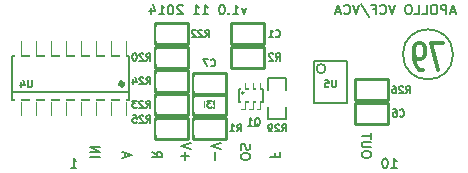
<source format=gbo>
%FSLAX46Y46*%
G04 Gerber Fmt 4.6, Leading zero omitted, Abs format (unit mm)*
G04 Created by KiCad (PCBNEW (2014-09-02 BZR 5112)-product) date 2014-11-08 5:57:07 PM*
%MOMM*%
G01*
G04 APERTURE LIST*
%ADD10C,0.150000*%
%ADD11C,0.152400*%
%ADD12C,0.200000*%
%ADD13C,0.300000*%
%ADD14C,0.066040*%
%ADD15C,0.203200*%
%ADD16C,0.381000*%
%ADD17C,0.127000*%
%ADD18C,0.254000*%
%ADD19R,0.299720X1.300480*%
%ADD20R,0.398780X0.797560*%
%ADD21R,0.599440X2.199640*%
%ADD22R,1.397000X1.143000*%
%ADD23R,0.812800X1.143000*%
%ADD24R,1.350000X3.500000*%
G04 APERTURE END LIST*
D10*
D11*
X119352704Y-84075829D02*
X119159180Y-84617695D01*
X118965656Y-84075829D01*
X118230266Y-84617695D02*
X118694723Y-84617695D01*
X118462494Y-84617695D02*
X118462494Y-83804895D01*
X118539904Y-83921010D01*
X118617313Y-83998419D01*
X118694723Y-84037124D01*
X117881923Y-84540286D02*
X117843218Y-84578990D01*
X117881923Y-84617695D01*
X117920628Y-84578990D01*
X117881923Y-84540286D01*
X117881923Y-84617695D01*
X117340056Y-83804895D02*
X117262647Y-83804895D01*
X117185237Y-83843600D01*
X117146532Y-83882305D01*
X117107828Y-83959714D01*
X117069123Y-84114533D01*
X117069123Y-84308057D01*
X117107828Y-84462876D01*
X117146532Y-84540286D01*
X117185237Y-84578990D01*
X117262647Y-84617695D01*
X117340056Y-84617695D01*
X117417466Y-84578990D01*
X117456170Y-84540286D01*
X117494875Y-84462876D01*
X117533580Y-84308057D01*
X117533580Y-84114533D01*
X117494875Y-83959714D01*
X117456170Y-83882305D01*
X117417466Y-83843600D01*
X117340056Y-83804895D01*
X115675752Y-84617695D02*
X116140209Y-84617695D01*
X115907980Y-84617695D02*
X115907980Y-83804895D01*
X115985390Y-83921010D01*
X116062799Y-83998419D01*
X116140209Y-84037124D01*
X114901657Y-84617695D02*
X115366114Y-84617695D01*
X115133885Y-84617695D02*
X115133885Y-83804895D01*
X115211295Y-83921010D01*
X115288704Y-83998419D01*
X115366114Y-84037124D01*
X113972743Y-83882305D02*
X113934038Y-83843600D01*
X113856629Y-83804895D01*
X113663105Y-83804895D01*
X113585695Y-83843600D01*
X113546991Y-83882305D01*
X113508286Y-83959714D01*
X113508286Y-84037124D01*
X113546991Y-84153238D01*
X114011448Y-84617695D01*
X113508286Y-84617695D01*
X113005124Y-83804895D02*
X112927715Y-83804895D01*
X112850305Y-83843600D01*
X112811600Y-83882305D01*
X112772896Y-83959714D01*
X112734191Y-84114533D01*
X112734191Y-84308057D01*
X112772896Y-84462876D01*
X112811600Y-84540286D01*
X112850305Y-84578990D01*
X112927715Y-84617695D01*
X113005124Y-84617695D01*
X113082534Y-84578990D01*
X113121238Y-84540286D01*
X113159943Y-84462876D01*
X113198648Y-84308057D01*
X113198648Y-84114533D01*
X113159943Y-83959714D01*
X113121238Y-83882305D01*
X113082534Y-83843600D01*
X113005124Y-83804895D01*
X111960096Y-84617695D02*
X112424553Y-84617695D01*
X112192324Y-84617695D02*
X112192324Y-83804895D01*
X112269734Y-83921010D01*
X112347143Y-83998419D01*
X112424553Y-84037124D01*
X111263410Y-84075829D02*
X111263410Y-84617695D01*
X111456934Y-83766190D02*
X111650458Y-84346762D01*
X111147296Y-84346762D01*
D12*
X136871320Y-88000000D02*
G75*
G03X136871320Y-88000000I-2121320J0D01*
G74*
G01*
D13*
X135983715Y-86998143D02*
X134967715Y-86998143D01*
X135620858Y-89284143D01*
X134314571Y-89284143D02*
X134024286Y-89284143D01*
X133879143Y-89175286D01*
X133806571Y-89066429D01*
X133661429Y-88739857D01*
X133588857Y-88304429D01*
X133588857Y-87433571D01*
X133661429Y-87215857D01*
X133734000Y-87107000D01*
X133879143Y-86998143D01*
X134169429Y-86998143D01*
X134314571Y-87107000D01*
X134387143Y-87215857D01*
X134459714Y-87433571D01*
X134459714Y-87977857D01*
X134387143Y-88195571D01*
X134314571Y-88304429D01*
X134169429Y-88413286D01*
X133879143Y-88413286D01*
X133734000Y-88304429D01*
X133661429Y-88195571D01*
X133588857Y-87977857D01*
D11*
X137050972Y-84385467D02*
X136663924Y-84385467D01*
X137128381Y-84617695D02*
X136857448Y-83804895D01*
X136586515Y-84617695D01*
X136315581Y-84617695D02*
X136315581Y-83804895D01*
X136005943Y-83804895D01*
X135928534Y-83843600D01*
X135889829Y-83882305D01*
X135851124Y-83959714D01*
X135851124Y-84075829D01*
X135889829Y-84153238D01*
X135928534Y-84191943D01*
X136005943Y-84230648D01*
X136315581Y-84230648D01*
X135347962Y-83804895D02*
X135193143Y-83804895D01*
X135115734Y-83843600D01*
X135038324Y-83921010D01*
X134999619Y-84075829D01*
X134999619Y-84346762D01*
X135038324Y-84501581D01*
X135115734Y-84578990D01*
X135193143Y-84617695D01*
X135347962Y-84617695D01*
X135425372Y-84578990D01*
X135502781Y-84501581D01*
X135541486Y-84346762D01*
X135541486Y-84075829D01*
X135502781Y-83921010D01*
X135425372Y-83843600D01*
X135347962Y-83804895D01*
X134264229Y-84617695D02*
X134651276Y-84617695D01*
X134651276Y-83804895D01*
X133606248Y-84617695D02*
X133993295Y-84617695D01*
X133993295Y-83804895D01*
X133180495Y-83804895D02*
X133025676Y-83804895D01*
X132948267Y-83843600D01*
X132870857Y-83921010D01*
X132832152Y-84075829D01*
X132832152Y-84346762D01*
X132870857Y-84501581D01*
X132948267Y-84578990D01*
X133025676Y-84617695D01*
X133180495Y-84617695D01*
X133257905Y-84578990D01*
X133335314Y-84501581D01*
X133374019Y-84346762D01*
X133374019Y-84075829D01*
X133335314Y-83921010D01*
X133257905Y-83843600D01*
X133180495Y-83804895D01*
X131980647Y-83804895D02*
X131709714Y-84617695D01*
X131438781Y-83804895D01*
X130703390Y-84540286D02*
X130742095Y-84578990D01*
X130858209Y-84617695D01*
X130935619Y-84617695D01*
X131051733Y-84578990D01*
X131129142Y-84501581D01*
X131167847Y-84424171D01*
X131206552Y-84269352D01*
X131206552Y-84153238D01*
X131167847Y-83998419D01*
X131129142Y-83921010D01*
X131051733Y-83843600D01*
X130935619Y-83804895D01*
X130858209Y-83804895D01*
X130742095Y-83843600D01*
X130703390Y-83882305D01*
X130084114Y-84191943D02*
X130355047Y-84191943D01*
X130355047Y-84617695D02*
X130355047Y-83804895D01*
X129968000Y-83804895D01*
X129077790Y-83766190D02*
X129774475Y-84811219D01*
X128922970Y-83804895D02*
X128652037Y-84617695D01*
X128381104Y-83804895D01*
X127645713Y-84540286D02*
X127684418Y-84578990D01*
X127800532Y-84617695D01*
X127877942Y-84617695D01*
X127994056Y-84578990D01*
X128071465Y-84501581D01*
X128110170Y-84424171D01*
X128148875Y-84269352D01*
X128148875Y-84153238D01*
X128110170Y-83998419D01*
X128071465Y-83921010D01*
X127994056Y-83843600D01*
X127877942Y-83804895D01*
X127800532Y-83804895D01*
X127684418Y-83843600D01*
X127645713Y-83882305D01*
X127336075Y-84385467D02*
X126949027Y-84385467D01*
X127413484Y-84617695D02*
X127142551Y-83804895D01*
X126871618Y-84617695D01*
X104517771Y-97617695D02*
X104982228Y-97617695D01*
X104749999Y-97617695D02*
X104749999Y-96804895D01*
X104827409Y-96921010D01*
X104904818Y-96998419D01*
X104982228Y-97037124D01*
X131654819Y-97617695D02*
X132119276Y-97617695D01*
X131887047Y-97617695D02*
X131887047Y-96804895D01*
X131964457Y-96921010D01*
X132041866Y-96998419D01*
X132119276Y-97037124D01*
X131151657Y-96804895D02*
X131074248Y-96804895D01*
X130996838Y-96843600D01*
X130958133Y-96882305D01*
X130919429Y-96959714D01*
X130880724Y-97114533D01*
X130880724Y-97308057D01*
X130919429Y-97462876D01*
X130958133Y-97540286D01*
X130996838Y-97578990D01*
X131074248Y-97617695D01*
X131151657Y-97617695D01*
X131229067Y-97578990D01*
X131267771Y-97540286D01*
X131306476Y-97462876D01*
X131345181Y-97308057D01*
X131345181Y-97114533D01*
X131306476Y-96959714D01*
X131267771Y-96882305D01*
X131229067Y-96843600D01*
X131151657Y-96804895D01*
X106132305Y-96675752D02*
X106945105Y-96675752D01*
X106132305Y-96288704D02*
X106945105Y-96288704D01*
X106132305Y-95824247D01*
X106945105Y-95824247D01*
X129945105Y-96562800D02*
X129945105Y-96407981D01*
X129906400Y-96330572D01*
X129828990Y-96253162D01*
X129674171Y-96214457D01*
X129403238Y-96214457D01*
X129248419Y-96253162D01*
X129171010Y-96330572D01*
X129132305Y-96407981D01*
X129132305Y-96562800D01*
X129171010Y-96640210D01*
X129248419Y-96717619D01*
X129403238Y-96756324D01*
X129674171Y-96756324D01*
X129828990Y-96717619D01*
X129906400Y-96640210D01*
X129945105Y-96562800D01*
X129945105Y-95866114D02*
X129287124Y-95866114D01*
X129209714Y-95827409D01*
X129171010Y-95788705D01*
X129132305Y-95711295D01*
X129132305Y-95556476D01*
X129171010Y-95479067D01*
X129209714Y-95440362D01*
X129287124Y-95401657D01*
X129945105Y-95401657D01*
X129945105Y-95130723D02*
X129945105Y-94666266D01*
X129132305Y-94898495D02*
X129945105Y-94898495D01*
X121808057Y-96383886D02*
X121808057Y-96654819D01*
X121382305Y-96654819D02*
X122195105Y-96654819D01*
X122195105Y-96267772D01*
X119695105Y-96714457D02*
X119695105Y-96559638D01*
X119656400Y-96482229D01*
X119578990Y-96404819D01*
X119424171Y-96366114D01*
X119153238Y-96366114D01*
X118998419Y-96404819D01*
X118921010Y-96482229D01*
X118882305Y-96559638D01*
X118882305Y-96714457D01*
X118921010Y-96791867D01*
X118998419Y-96869276D01*
X119153238Y-96907981D01*
X119424171Y-96907981D01*
X119578990Y-96869276D01*
X119656400Y-96791867D01*
X119695105Y-96714457D01*
X118921010Y-96056476D02*
X118882305Y-95940362D01*
X118882305Y-95746838D01*
X118921010Y-95669428D01*
X118959714Y-95630724D01*
X119037124Y-95592019D01*
X119114533Y-95592019D01*
X119191943Y-95630724D01*
X119230648Y-95669428D01*
X119269352Y-95746838D01*
X119308057Y-95901657D01*
X119346762Y-95979066D01*
X119385467Y-96017771D01*
X119462876Y-96056476D01*
X119540286Y-96056476D01*
X119617695Y-96017771D01*
X119656400Y-95979066D01*
X119695105Y-95901657D01*
X119695105Y-95708133D01*
X119656400Y-95592019D01*
X109114533Y-96693524D02*
X109114533Y-96306476D01*
X108882305Y-96770933D02*
X109695105Y-96500000D01*
X108882305Y-96229067D01*
X111382305Y-96248419D02*
X111769352Y-96519352D01*
X111382305Y-96712876D02*
X112195105Y-96712876D01*
X112195105Y-96403238D01*
X112156400Y-96325829D01*
X112117695Y-96287124D01*
X112040286Y-96248419D01*
X111924171Y-96248419D01*
X111846762Y-96287124D01*
X111808057Y-96325829D01*
X111769352Y-96403238D01*
X111769352Y-96712876D01*
X116691943Y-96907981D02*
X116691943Y-96288705D01*
X117195105Y-96017771D02*
X116382305Y-95746838D01*
X117195105Y-95475905D01*
X114191943Y-96907981D02*
X114191943Y-96288705D01*
X113882305Y-96598343D02*
X114501581Y-96598343D01*
X114695105Y-96017771D02*
X113882305Y-95746838D01*
X114695105Y-95475905D01*
D12*
X125070000Y-92150000D02*
X127930000Y-92150000D01*
X127930000Y-92150000D02*
X127930000Y-88550000D01*
X127930000Y-88550000D02*
X125070000Y-88550000D01*
X125062000Y-88572000D02*
X125062000Y-92128000D01*
X126078000Y-89207000D02*
G75*
G03X126078000Y-89207000I-381000J0D01*
G74*
G01*
D14*
X118952440Y-90400180D02*
X119252160Y-90400180D01*
X119252160Y-90400180D02*
X119252160Y-90900560D01*
X118952440Y-90900560D02*
X119252160Y-90900560D01*
X118952440Y-90400180D02*
X118952440Y-90900560D01*
X119600140Y-90400180D02*
X119899860Y-90400180D01*
X119899860Y-90400180D02*
X119899860Y-90900560D01*
X119600140Y-90900560D02*
X119899860Y-90900560D01*
X119600140Y-90400180D02*
X119600140Y-90900560D01*
X120247840Y-90400180D02*
X120547560Y-90400180D01*
X120547560Y-90400180D02*
X120547560Y-90900560D01*
X120247840Y-90900560D02*
X120547560Y-90900560D01*
X120247840Y-90400180D02*
X120247840Y-90900560D01*
X120247840Y-92099440D02*
X120547560Y-92099440D01*
X120547560Y-92099440D02*
X120547560Y-92599820D01*
X120247840Y-92599820D02*
X120547560Y-92599820D01*
X120247840Y-92099440D02*
X120247840Y-92599820D01*
X119600140Y-92099440D02*
X119899860Y-92099440D01*
X119899860Y-92099440D02*
X119899860Y-92599820D01*
X119600140Y-92599820D02*
X119899860Y-92599820D01*
X119600140Y-92099440D02*
X119600140Y-92599820D01*
X118952440Y-92099440D02*
X119252160Y-92099440D01*
X119252160Y-92099440D02*
X119252160Y-92599820D01*
X118952440Y-92599820D02*
X119252160Y-92599820D01*
X118952440Y-92099440D02*
X118952440Y-92599820D01*
D15*
X118751780Y-92048640D02*
X120748220Y-92048640D01*
X120748220Y-92048640D02*
X120748220Y-90951360D01*
X120748220Y-90951360D02*
X118751780Y-90951360D01*
X118751780Y-90951360D02*
X118751780Y-92048640D01*
D11*
X119155671Y-91251080D02*
G75*
G03X119155671Y-91251080I-104171J0D01*
G74*
G01*
D16*
X108941421Y-90500000D02*
G75*
G03X108941421Y-90500000I-141421J0D01*
G74*
G01*
D14*
X109188840Y-93098800D02*
X108698620Y-93098800D01*
X108698620Y-93098800D02*
X108698620Y-91998980D01*
X109188840Y-91998980D02*
X108698620Y-91998980D01*
X109188840Y-93098800D02*
X109188840Y-91998980D01*
X107918840Y-93098800D02*
X107428620Y-93098800D01*
X107428620Y-93098800D02*
X107428620Y-91998980D01*
X107918840Y-91998980D02*
X107428620Y-91998980D01*
X107918840Y-93098800D02*
X107918840Y-91998980D01*
X106648840Y-93098800D02*
X106158620Y-93098800D01*
X106158620Y-93098800D02*
X106158620Y-91998980D01*
X106648840Y-91998980D02*
X106158620Y-91998980D01*
X106648840Y-93098800D02*
X106648840Y-91998980D01*
X105378840Y-93098800D02*
X104888620Y-93098800D01*
X104888620Y-93098800D02*
X104888620Y-91998980D01*
X105378840Y-91998980D02*
X104888620Y-91998980D01*
X105378840Y-93098800D02*
X105378840Y-91998980D01*
X102841380Y-88001020D02*
X102351160Y-88001020D01*
X102351160Y-88001020D02*
X102351160Y-86901200D01*
X102841380Y-86901200D02*
X102351160Y-86901200D01*
X102841380Y-88001020D02*
X102841380Y-86901200D01*
X104111380Y-88001020D02*
X103621160Y-88001020D01*
X103621160Y-88001020D02*
X103621160Y-86901200D01*
X104111380Y-86901200D02*
X103621160Y-86901200D01*
X104111380Y-88001020D02*
X104111380Y-86901200D01*
X105378840Y-88001020D02*
X104888620Y-88001020D01*
X104888620Y-88001020D02*
X104888620Y-86901200D01*
X105378840Y-86901200D02*
X104888620Y-86901200D01*
X105378840Y-88001020D02*
X105378840Y-86901200D01*
X106648840Y-88001020D02*
X106158620Y-88001020D01*
X106158620Y-88001020D02*
X106158620Y-86901200D01*
X106648840Y-86901200D02*
X106158620Y-86901200D01*
X106648840Y-88001020D02*
X106648840Y-86901200D01*
X104111380Y-93098800D02*
X103621160Y-93098800D01*
X103621160Y-93098800D02*
X103621160Y-91998980D01*
X104111380Y-91998980D02*
X103621160Y-91998980D01*
X104111380Y-93098800D02*
X104111380Y-91998980D01*
X102841380Y-93098800D02*
X102351160Y-93098800D01*
X102351160Y-93098800D02*
X102351160Y-91998980D01*
X102841380Y-91998980D02*
X102351160Y-91998980D01*
X102841380Y-93098800D02*
X102841380Y-91998980D01*
X101571380Y-93098800D02*
X101081160Y-93098800D01*
X101081160Y-93098800D02*
X101081160Y-91998980D01*
X101571380Y-91998980D02*
X101081160Y-91998980D01*
X101571380Y-93098800D02*
X101571380Y-91998980D01*
X100301380Y-93098800D02*
X99811160Y-93098800D01*
X99811160Y-93098800D02*
X99811160Y-91998980D01*
X100301380Y-91998980D02*
X99811160Y-91998980D01*
X100301380Y-93098800D02*
X100301380Y-91998980D01*
X100301380Y-88001020D02*
X99811160Y-88001020D01*
X99811160Y-88001020D02*
X99811160Y-86901200D01*
X100301380Y-86901200D02*
X99811160Y-86901200D01*
X100301380Y-88001020D02*
X100301380Y-86901200D01*
X101571380Y-88001020D02*
X101081160Y-88001020D01*
X101081160Y-88001020D02*
X101081160Y-86901200D01*
X101571380Y-86901200D02*
X101081160Y-86901200D01*
X101571380Y-88001020D02*
X101571380Y-86901200D01*
X107918840Y-88001020D02*
X107428620Y-88001020D01*
X107428620Y-88001020D02*
X107428620Y-86901200D01*
X107918840Y-86901200D02*
X107428620Y-86901200D01*
X107918840Y-88001020D02*
X107918840Y-86901200D01*
X109188840Y-88001020D02*
X108698620Y-88001020D01*
X108698620Y-88001020D02*
X108698620Y-86901200D01*
X109188840Y-86901200D02*
X108698620Y-86901200D01*
X109188840Y-88001020D02*
X109188840Y-86901200D01*
D15*
X99562240Y-91899920D02*
X109437760Y-91899920D01*
X109437760Y-91899920D02*
X109437760Y-91399540D01*
X109437760Y-91399540D02*
X109437760Y-88100080D01*
X109437760Y-88100080D02*
X99562240Y-88100080D01*
X99562240Y-91149540D02*
X109437760Y-91149540D01*
X99562240Y-88100080D02*
X99562240Y-91399540D01*
X99562240Y-91399540D02*
X99562240Y-91899920D01*
D17*
X121238000Y-92461200D02*
X121238000Y-93477200D01*
X121238000Y-93477200D02*
X122762000Y-93477200D01*
X122762000Y-93477200D02*
X122762000Y-92461200D01*
X122762000Y-91038800D02*
X122762000Y-90022800D01*
X122762000Y-90022800D02*
X121238000Y-90022800D01*
X121238000Y-90022800D02*
X121238000Y-91038800D01*
D18*
X128600000Y-92100000D02*
X131400000Y-92100000D01*
X131400000Y-92100000D02*
X131400000Y-93900000D01*
X131400000Y-93900000D02*
X128600000Y-93900000D01*
X128600000Y-93900000D02*
X128600000Y-92100000D01*
X111600000Y-87350000D02*
X114400000Y-87350000D01*
X114400000Y-87350000D02*
X114400000Y-89150000D01*
X114400000Y-89150000D02*
X111600000Y-89150000D01*
X111600000Y-89150000D02*
X111600000Y-87350000D01*
X114400000Y-87150000D02*
X111600000Y-87150000D01*
X111600000Y-87150000D02*
X111600000Y-85350000D01*
X111600000Y-85350000D02*
X114400000Y-85350000D01*
X114400000Y-85350000D02*
X114400000Y-87150000D01*
X111600000Y-91350000D02*
X114400000Y-91350000D01*
X114400000Y-91350000D02*
X114400000Y-93150000D01*
X114400000Y-93150000D02*
X111600000Y-93150000D01*
X111600000Y-93150000D02*
X111600000Y-91350000D01*
X111600000Y-89350000D02*
X114400000Y-89350000D01*
X114400000Y-89350000D02*
X114400000Y-91150000D01*
X114400000Y-91150000D02*
X111600000Y-91150000D01*
X111600000Y-91150000D02*
X111600000Y-89350000D01*
X111600000Y-93350000D02*
X114400000Y-93350000D01*
X114400000Y-93350000D02*
X114400000Y-95150000D01*
X114400000Y-95150000D02*
X111600000Y-95150000D01*
X111600000Y-95150000D02*
X111600000Y-93350000D01*
X128600000Y-90100000D02*
X131400000Y-90100000D01*
X131400000Y-90100000D02*
X131400000Y-91900000D01*
X131400000Y-91900000D02*
X128600000Y-91900000D01*
X128600000Y-91900000D02*
X128600000Y-90100000D01*
X120900000Y-87150000D02*
X118100000Y-87150000D01*
X118100000Y-87150000D02*
X118100000Y-85350000D01*
X118100000Y-85350000D02*
X120900000Y-85350000D01*
X120900000Y-85350000D02*
X120900000Y-87150000D01*
X118100000Y-87350000D02*
X120900000Y-87350000D01*
X120900000Y-87350000D02*
X120900000Y-89150000D01*
X120900000Y-89150000D02*
X118100000Y-89150000D01*
X118100000Y-89150000D02*
X118100000Y-87350000D01*
X117650000Y-95150000D02*
X114850000Y-95150000D01*
X114850000Y-95150000D02*
X114850000Y-93350000D01*
X114850000Y-93350000D02*
X117650000Y-93350000D01*
X117650000Y-93350000D02*
X117650000Y-95150000D01*
X114850000Y-91350000D02*
X117650000Y-91350000D01*
X117650000Y-91350000D02*
X117650000Y-93150000D01*
X117650000Y-93150000D02*
X114850000Y-93150000D01*
X114850000Y-93150000D02*
X114850000Y-91350000D01*
X114850000Y-89600000D02*
X117650000Y-89600000D01*
X117650000Y-89600000D02*
X117650000Y-91400000D01*
X117650000Y-91400000D02*
X114850000Y-91400000D01*
X114850000Y-91400000D02*
X114850000Y-89600000D01*
D11*
X126964457Y-90166171D02*
X126964457Y-90659657D01*
X126935429Y-90717714D01*
X126906400Y-90746743D01*
X126848343Y-90775771D01*
X126732229Y-90775771D01*
X126674171Y-90746743D01*
X126645143Y-90717714D01*
X126616114Y-90659657D01*
X126616114Y-90166171D01*
X126035542Y-90166171D02*
X126325828Y-90166171D01*
X126354857Y-90456457D01*
X126325828Y-90427429D01*
X126267771Y-90398400D01*
X126122628Y-90398400D01*
X126064571Y-90427429D01*
X126035542Y-90456457D01*
X126006514Y-90514514D01*
X126006514Y-90659657D01*
X126035542Y-90717714D01*
X126064571Y-90746743D01*
X126122628Y-90775771D01*
X126267771Y-90775771D01*
X126325828Y-90746743D01*
X126354857Y-90717714D01*
X120058057Y-94083829D02*
X120116114Y-94054800D01*
X120174171Y-93996743D01*
X120261257Y-93909657D01*
X120319314Y-93880629D01*
X120377371Y-93880629D01*
X120348343Y-94025771D02*
X120406400Y-93996743D01*
X120464457Y-93938686D01*
X120493486Y-93822571D01*
X120493486Y-93619371D01*
X120464457Y-93503257D01*
X120406400Y-93445200D01*
X120348343Y-93416171D01*
X120232229Y-93416171D01*
X120174171Y-93445200D01*
X120116114Y-93503257D01*
X120087086Y-93619371D01*
X120087086Y-93822571D01*
X120116114Y-93938686D01*
X120174171Y-93996743D01*
X120232229Y-94025771D01*
X120348343Y-94025771D01*
X119506514Y-94025771D02*
X119854857Y-94025771D01*
X119680685Y-94025771D02*
X119680685Y-93416171D01*
X119738742Y-93503257D01*
X119796800Y-93561314D01*
X119854857Y-93590343D01*
X101214457Y-90166171D02*
X101214457Y-90659657D01*
X101185429Y-90717714D01*
X101156400Y-90746743D01*
X101098343Y-90775771D01*
X100982229Y-90775771D01*
X100924171Y-90746743D01*
X100895143Y-90717714D01*
X100866114Y-90659657D01*
X100866114Y-90166171D01*
X100314571Y-90369371D02*
X100314571Y-90775771D01*
X100459714Y-90137143D02*
X100604857Y-90572571D01*
X100227485Y-90572571D01*
X122391885Y-94525771D02*
X122595085Y-94235486D01*
X122740228Y-94525771D02*
X122740228Y-93916171D01*
X122508000Y-93916171D01*
X122449942Y-93945200D01*
X122420914Y-93974229D01*
X122391885Y-94032286D01*
X122391885Y-94119371D01*
X122420914Y-94177429D01*
X122449942Y-94206457D01*
X122508000Y-94235486D01*
X122740228Y-94235486D01*
X122159657Y-93974229D02*
X122130628Y-93945200D01*
X122072571Y-93916171D01*
X121927428Y-93916171D01*
X121869371Y-93945200D01*
X121840342Y-93974229D01*
X121811314Y-94032286D01*
X121811314Y-94090343D01*
X121840342Y-94177429D01*
X122188685Y-94525771D01*
X121811314Y-94525771D01*
X121521029Y-94525771D02*
X121404914Y-94525771D01*
X121346857Y-94496743D01*
X121317829Y-94467714D01*
X121259771Y-94380629D01*
X121230743Y-94264514D01*
X121230743Y-94032286D01*
X121259771Y-93974229D01*
X121288800Y-93945200D01*
X121346857Y-93916171D01*
X121462971Y-93916171D01*
X121521029Y-93945200D01*
X121550057Y-93974229D01*
X121579086Y-94032286D01*
X121579086Y-94177429D01*
X121550057Y-94235486D01*
X121521029Y-94264514D01*
X121462971Y-94293543D01*
X121346857Y-94293543D01*
X121288800Y-94264514D01*
X121259771Y-94235486D01*
X121230743Y-94177429D01*
X132351599Y-93217714D02*
X132380628Y-93246743D01*
X132467714Y-93275771D01*
X132525771Y-93275771D01*
X132612856Y-93246743D01*
X132670914Y-93188686D01*
X132699942Y-93130629D01*
X132728971Y-93014514D01*
X132728971Y-92927429D01*
X132699942Y-92811314D01*
X132670914Y-92753257D01*
X132612856Y-92695200D01*
X132525771Y-92666171D01*
X132467714Y-92666171D01*
X132380628Y-92695200D01*
X132351599Y-92724229D01*
X131829085Y-92666171D02*
X131945199Y-92666171D01*
X132003256Y-92695200D01*
X132032285Y-92724229D01*
X132090342Y-92811314D01*
X132119371Y-92927429D01*
X132119371Y-93159657D01*
X132090342Y-93217714D01*
X132061314Y-93246743D01*
X132003256Y-93275771D01*
X131887142Y-93275771D01*
X131829085Y-93246743D01*
X131800056Y-93217714D01*
X131771028Y-93159657D01*
X131771028Y-93014514D01*
X131800056Y-92956457D01*
X131829085Y-92927429D01*
X131887142Y-92898400D01*
X132003256Y-92898400D01*
X132061314Y-92927429D01*
X132090342Y-92956457D01*
X132119371Y-93014514D01*
X110891885Y-88525771D02*
X111095085Y-88235486D01*
X111240228Y-88525771D02*
X111240228Y-87916171D01*
X111008000Y-87916171D01*
X110949942Y-87945200D01*
X110920914Y-87974229D01*
X110891885Y-88032286D01*
X110891885Y-88119371D01*
X110920914Y-88177429D01*
X110949942Y-88206457D01*
X111008000Y-88235486D01*
X111240228Y-88235486D01*
X110659657Y-87974229D02*
X110630628Y-87945200D01*
X110572571Y-87916171D01*
X110427428Y-87916171D01*
X110369371Y-87945200D01*
X110340342Y-87974229D01*
X110311314Y-88032286D01*
X110311314Y-88090343D01*
X110340342Y-88177429D01*
X110688685Y-88525771D01*
X110311314Y-88525771D01*
X109933943Y-87916171D02*
X109875886Y-87916171D01*
X109817829Y-87945200D01*
X109788800Y-87974229D01*
X109759771Y-88032286D01*
X109730743Y-88148400D01*
X109730743Y-88293543D01*
X109759771Y-88409657D01*
X109788800Y-88467714D01*
X109817829Y-88496743D01*
X109875886Y-88525771D01*
X109933943Y-88525771D01*
X109992000Y-88496743D01*
X110021029Y-88467714D01*
X110050057Y-88409657D01*
X110079086Y-88293543D01*
X110079086Y-88148400D01*
X110050057Y-88032286D01*
X110021029Y-87974229D01*
X109992000Y-87945200D01*
X109933943Y-87916171D01*
X115891885Y-86525771D02*
X116095085Y-86235486D01*
X116240228Y-86525771D02*
X116240228Y-85916171D01*
X116008000Y-85916171D01*
X115949942Y-85945200D01*
X115920914Y-85974229D01*
X115891885Y-86032286D01*
X115891885Y-86119371D01*
X115920914Y-86177429D01*
X115949942Y-86206457D01*
X116008000Y-86235486D01*
X116240228Y-86235486D01*
X115659657Y-85974229D02*
X115630628Y-85945200D01*
X115572571Y-85916171D01*
X115427428Y-85916171D01*
X115369371Y-85945200D01*
X115340342Y-85974229D01*
X115311314Y-86032286D01*
X115311314Y-86090343D01*
X115340342Y-86177429D01*
X115688685Y-86525771D01*
X115311314Y-86525771D01*
X115079086Y-85974229D02*
X115050057Y-85945200D01*
X114992000Y-85916171D01*
X114846857Y-85916171D01*
X114788800Y-85945200D01*
X114759771Y-85974229D01*
X114730743Y-86032286D01*
X114730743Y-86090343D01*
X114759771Y-86177429D01*
X115108114Y-86525771D01*
X114730743Y-86525771D01*
X110891885Y-92525771D02*
X111095085Y-92235486D01*
X111240228Y-92525771D02*
X111240228Y-91916171D01*
X111008000Y-91916171D01*
X110949942Y-91945200D01*
X110920914Y-91974229D01*
X110891885Y-92032286D01*
X110891885Y-92119371D01*
X110920914Y-92177429D01*
X110949942Y-92206457D01*
X111008000Y-92235486D01*
X111240228Y-92235486D01*
X110659657Y-91974229D02*
X110630628Y-91945200D01*
X110572571Y-91916171D01*
X110427428Y-91916171D01*
X110369371Y-91945200D01*
X110340342Y-91974229D01*
X110311314Y-92032286D01*
X110311314Y-92090343D01*
X110340342Y-92177429D01*
X110688685Y-92525771D01*
X110311314Y-92525771D01*
X110108114Y-91916171D02*
X109730743Y-91916171D01*
X109933943Y-92148400D01*
X109846857Y-92148400D01*
X109788800Y-92177429D01*
X109759771Y-92206457D01*
X109730743Y-92264514D01*
X109730743Y-92409657D01*
X109759771Y-92467714D01*
X109788800Y-92496743D01*
X109846857Y-92525771D01*
X110021029Y-92525771D01*
X110079086Y-92496743D01*
X110108114Y-92467714D01*
X110891885Y-90525771D02*
X111095085Y-90235486D01*
X111240228Y-90525771D02*
X111240228Y-89916171D01*
X111008000Y-89916171D01*
X110949942Y-89945200D01*
X110920914Y-89974229D01*
X110891885Y-90032286D01*
X110891885Y-90119371D01*
X110920914Y-90177429D01*
X110949942Y-90206457D01*
X111008000Y-90235486D01*
X111240228Y-90235486D01*
X110659657Y-89974229D02*
X110630628Y-89945200D01*
X110572571Y-89916171D01*
X110427428Y-89916171D01*
X110369371Y-89945200D01*
X110340342Y-89974229D01*
X110311314Y-90032286D01*
X110311314Y-90090343D01*
X110340342Y-90177429D01*
X110688685Y-90525771D01*
X110311314Y-90525771D01*
X109788800Y-90119371D02*
X109788800Y-90525771D01*
X109933943Y-89887143D02*
X110079086Y-90322571D01*
X109701714Y-90322571D01*
X110891885Y-93775771D02*
X111095085Y-93485486D01*
X111240228Y-93775771D02*
X111240228Y-93166171D01*
X111008000Y-93166171D01*
X110949942Y-93195200D01*
X110920914Y-93224229D01*
X110891885Y-93282286D01*
X110891885Y-93369371D01*
X110920914Y-93427429D01*
X110949942Y-93456457D01*
X111008000Y-93485486D01*
X111240228Y-93485486D01*
X110659657Y-93224229D02*
X110630628Y-93195200D01*
X110572571Y-93166171D01*
X110427428Y-93166171D01*
X110369371Y-93195200D01*
X110340342Y-93224229D01*
X110311314Y-93282286D01*
X110311314Y-93340343D01*
X110340342Y-93427429D01*
X110688685Y-93775771D01*
X110311314Y-93775771D01*
X109759771Y-93166171D02*
X110050057Y-93166171D01*
X110079086Y-93456457D01*
X110050057Y-93427429D01*
X109992000Y-93398400D01*
X109846857Y-93398400D01*
X109788800Y-93427429D01*
X109759771Y-93456457D01*
X109730743Y-93514514D01*
X109730743Y-93659657D01*
X109759771Y-93717714D01*
X109788800Y-93746743D01*
X109846857Y-93775771D01*
X109992000Y-93775771D01*
X110050057Y-93746743D01*
X110079086Y-93717714D01*
X132891885Y-91275771D02*
X133095085Y-90985486D01*
X133240228Y-91275771D02*
X133240228Y-90666171D01*
X133008000Y-90666171D01*
X132949942Y-90695200D01*
X132920914Y-90724229D01*
X132891885Y-90782286D01*
X132891885Y-90869371D01*
X132920914Y-90927429D01*
X132949942Y-90956457D01*
X133008000Y-90985486D01*
X133240228Y-90985486D01*
X132659657Y-90724229D02*
X132630628Y-90695200D01*
X132572571Y-90666171D01*
X132427428Y-90666171D01*
X132369371Y-90695200D01*
X132340342Y-90724229D01*
X132311314Y-90782286D01*
X132311314Y-90840343D01*
X132340342Y-90927429D01*
X132688685Y-91275771D01*
X132311314Y-91275771D01*
X131788800Y-90666171D02*
X131904914Y-90666171D01*
X131962971Y-90695200D01*
X131992000Y-90724229D01*
X132050057Y-90811314D01*
X132079086Y-90927429D01*
X132079086Y-91159657D01*
X132050057Y-91217714D01*
X132021029Y-91246743D01*
X131962971Y-91275771D01*
X131846857Y-91275771D01*
X131788800Y-91246743D01*
X131759771Y-91217714D01*
X131730743Y-91159657D01*
X131730743Y-91014514D01*
X131759771Y-90956457D01*
X131788800Y-90927429D01*
X131846857Y-90898400D01*
X131962971Y-90898400D01*
X132021029Y-90927429D01*
X132050057Y-90956457D01*
X132079086Y-91014514D01*
X121851599Y-86467714D02*
X121880628Y-86496743D01*
X121967714Y-86525771D01*
X122025771Y-86525771D01*
X122112856Y-86496743D01*
X122170914Y-86438686D01*
X122199942Y-86380629D01*
X122228971Y-86264514D01*
X122228971Y-86177429D01*
X122199942Y-86061314D01*
X122170914Y-86003257D01*
X122112856Y-85945200D01*
X122025771Y-85916171D01*
X121967714Y-85916171D01*
X121880628Y-85945200D01*
X121851599Y-85974229D01*
X121271028Y-86525771D02*
X121619371Y-86525771D01*
X121445199Y-86525771D02*
X121445199Y-85916171D01*
X121503256Y-86003257D01*
X121561314Y-86061314D01*
X121619371Y-86090343D01*
X121851599Y-88525771D02*
X122054799Y-88235486D01*
X122199942Y-88525771D02*
X122199942Y-87916171D01*
X121967714Y-87916171D01*
X121909656Y-87945200D01*
X121880628Y-87974229D01*
X121851599Y-88032286D01*
X121851599Y-88119371D01*
X121880628Y-88177429D01*
X121909656Y-88206457D01*
X121967714Y-88235486D01*
X122199942Y-88235486D01*
X121619371Y-87974229D02*
X121590342Y-87945200D01*
X121532285Y-87916171D01*
X121387142Y-87916171D01*
X121329085Y-87945200D01*
X121300056Y-87974229D01*
X121271028Y-88032286D01*
X121271028Y-88090343D01*
X121300056Y-88177429D01*
X121648399Y-88525771D01*
X121271028Y-88525771D01*
X118601599Y-94525771D02*
X118804799Y-94235486D01*
X118949942Y-94525771D02*
X118949942Y-93916171D01*
X118717714Y-93916171D01*
X118659656Y-93945200D01*
X118630628Y-93974229D01*
X118601599Y-94032286D01*
X118601599Y-94119371D01*
X118630628Y-94177429D01*
X118659656Y-94206457D01*
X118717714Y-94235486D01*
X118949942Y-94235486D01*
X118021028Y-94525771D02*
X118369371Y-94525771D01*
X118195199Y-94525771D02*
X118195199Y-93916171D01*
X118253256Y-94003257D01*
X118311314Y-94061314D01*
X118369371Y-94090343D01*
X116641885Y-92525771D02*
X116845085Y-92235486D01*
X116990228Y-92525771D02*
X116990228Y-91916171D01*
X116758000Y-91916171D01*
X116699942Y-91945200D01*
X116670914Y-91974229D01*
X116641885Y-92032286D01*
X116641885Y-92119371D01*
X116670914Y-92177429D01*
X116699942Y-92206457D01*
X116758000Y-92235486D01*
X116990228Y-92235486D01*
X116438685Y-91916171D02*
X116061314Y-91916171D01*
X116264514Y-92148400D01*
X116177428Y-92148400D01*
X116119371Y-92177429D01*
X116090342Y-92206457D01*
X116061314Y-92264514D01*
X116061314Y-92409657D01*
X116090342Y-92467714D01*
X116119371Y-92496743D01*
X116177428Y-92525771D01*
X116351600Y-92525771D01*
X116409657Y-92496743D01*
X116438685Y-92467714D01*
X115683943Y-91916171D02*
X115625886Y-91916171D01*
X115567829Y-91945200D01*
X115538800Y-91974229D01*
X115509771Y-92032286D01*
X115480743Y-92148400D01*
X115480743Y-92293543D01*
X115509771Y-92409657D01*
X115538800Y-92467714D01*
X115567829Y-92496743D01*
X115625886Y-92525771D01*
X115683943Y-92525771D01*
X115742000Y-92496743D01*
X115771029Y-92467714D01*
X115800057Y-92409657D01*
X115829086Y-92293543D01*
X115829086Y-92148400D01*
X115800057Y-92032286D01*
X115771029Y-91974229D01*
X115742000Y-91945200D01*
X115683943Y-91916171D01*
X116351599Y-88967714D02*
X116380628Y-88996743D01*
X116467714Y-89025771D01*
X116525771Y-89025771D01*
X116612856Y-88996743D01*
X116670914Y-88938686D01*
X116699942Y-88880629D01*
X116728971Y-88764514D01*
X116728971Y-88677429D01*
X116699942Y-88561314D01*
X116670914Y-88503257D01*
X116612856Y-88445200D01*
X116525771Y-88416171D01*
X116467714Y-88416171D01*
X116380628Y-88445200D01*
X116351599Y-88474229D01*
X116148399Y-88416171D02*
X115741999Y-88416171D01*
X116003256Y-89025771D01*
%LPC*%
D19*
X125544600Y-87556000D03*
X126179600Y-87556000D03*
X126840000Y-87556000D03*
X127475000Y-87556000D03*
X127475000Y-93144000D03*
X126827300Y-93144000D03*
X126179600Y-93144000D03*
X125531900Y-93144000D03*
D20*
X119102300Y-90702440D03*
X119750000Y-90702440D03*
X120397700Y-90702440D03*
X120397700Y-92297560D03*
X119750000Y-92297560D03*
X119102300Y-92297560D03*
D21*
X108945000Y-92598420D03*
X107675000Y-92598420D03*
X106405000Y-92598420D03*
X105135000Y-92598420D03*
X103865000Y-92598420D03*
X102595000Y-92598420D03*
X101325000Y-92598420D03*
X100055000Y-92598420D03*
X100055000Y-87401580D03*
X101325000Y-87401580D03*
X102595000Y-87401580D03*
X103865000Y-87401580D03*
X105135000Y-87401580D03*
X106405000Y-87401580D03*
X107675000Y-87401580D03*
X108945000Y-87401580D03*
D22*
X122000000Y-92829500D03*
X122000000Y-90670500D03*
D23*
X129149100Y-93000000D03*
X130850900Y-93000000D03*
X112149100Y-88250000D03*
X113850900Y-88250000D03*
X113850900Y-86250000D03*
X112149100Y-86250000D03*
X112149100Y-92250000D03*
X113850900Y-92250000D03*
X112149100Y-90250000D03*
X113850900Y-90250000D03*
X112149100Y-94250000D03*
X113850900Y-94250000D03*
X129149100Y-91000000D03*
X130850900Y-91000000D03*
X120350900Y-86250000D03*
X118649100Y-86250000D03*
X118649100Y-88250000D03*
X120350900Y-88250000D03*
X117100900Y-94250000D03*
X115399100Y-94250000D03*
X115399100Y-92250000D03*
X117100900Y-92250000D03*
D24*
X106570000Y-99000000D03*
X109110000Y-99000000D03*
X111650000Y-99000000D03*
X114190000Y-99000000D03*
X116730000Y-99000000D03*
X119270000Y-99000000D03*
X121810000Y-99000000D03*
X124350000Y-99000000D03*
X126890000Y-99000000D03*
X129430000Y-99000000D03*
D23*
X115399100Y-90500000D03*
X117100900Y-90500000D03*
M02*

</source>
